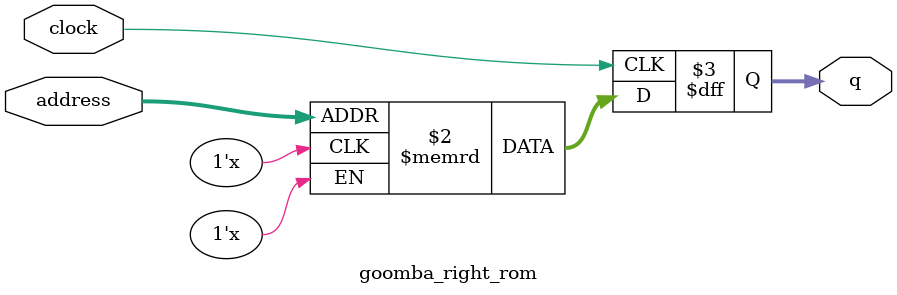
<source format=sv>
module goomba_right_rom (
	input logic clock,
	input logic [7:0] address,
	output logic [3:0] q
);

logic [3:0] memory [0:255] /* synthesis ram_init_file = "./goomba_right/goomba_right.mif" */;

always_ff @ (posedge clock) begin
	q <= memory[address];
end

endmodule

</source>
